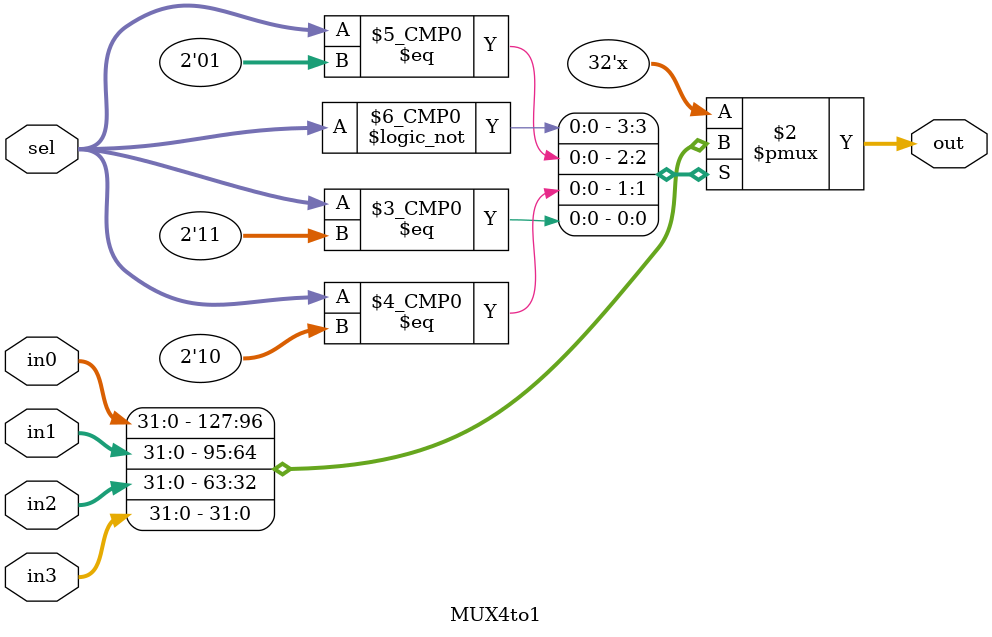
<source format=sv>
module MUX4to1 (
    input  logic [1:0]  sel,
    input  logic [31:0] in0, in1, in2, in3,
    output logic [31:0] out
);
    always_comb begin
        case (sel)
            2'b00: out = in0;
            2'b01: out = in1;
            2'b10: out = in2;
            2'b11: out = in3;
        endcase
    end
endmodule
</source>
